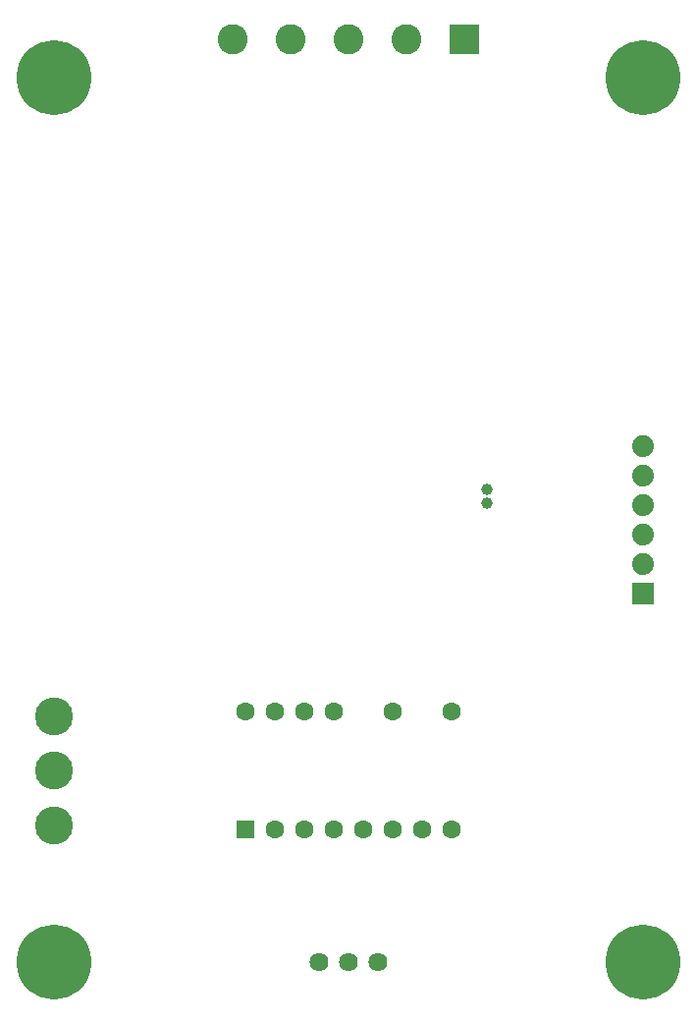
<source format=gbs>
G04*
G04 #@! TF.GenerationSoftware,Altium Limited,Altium Designer,22.4.2 (48)*
G04*
G04 Layer_Color=16711935*
%FSLAX25Y25*%
%MOIN*%
G70*
G04*
G04 #@! TF.SameCoordinates,72E6E30A-1C0B-45E9-B78B-765FFEEE1884*
G04*
G04*
G04 #@! TF.FilePolarity,Negative*
G04*
G01*
G75*
%ADD27R,0.10243X0.10243*%
%ADD28C,0.10243*%
%ADD29C,0.12900*%
%ADD30C,0.03900*%
%ADD31C,0.06306*%
%ADD32R,0.06306X0.06306*%
%ADD33C,0.06400*%
%ADD34C,0.07400*%
%ADD35R,0.07400X0.07400*%
%ADD36C,0.25400*%
D27*
X164370Y338000D02*
D03*
D28*
X144685D02*
D03*
X85630D02*
D03*
X105315D02*
D03*
X125000D02*
D03*
D29*
X25000Y108504D02*
D03*
Y90000D02*
D03*
Y71496D02*
D03*
D30*
X172000Y180750D02*
D03*
Y185250D02*
D03*
D31*
X90000Y110000D02*
D03*
X100000D02*
D03*
X110000D02*
D03*
X120000D02*
D03*
X160000D02*
D03*
X140000D02*
D03*
X100000Y70000D02*
D03*
X110000D02*
D03*
X120000D02*
D03*
X130000D02*
D03*
X140000D02*
D03*
X150000D02*
D03*
X160000D02*
D03*
D32*
X90000D02*
D03*
D33*
X135000Y25000D02*
D03*
X125000D02*
D03*
X115000D02*
D03*
D34*
X225000Y200000D02*
D03*
Y190000D02*
D03*
Y180000D02*
D03*
Y170000D02*
D03*
Y160000D02*
D03*
D35*
Y150000D02*
D03*
D36*
X25000Y25000D02*
D03*
X225000D02*
D03*
Y325000D02*
D03*
X25000D02*
D03*
M02*

</source>
